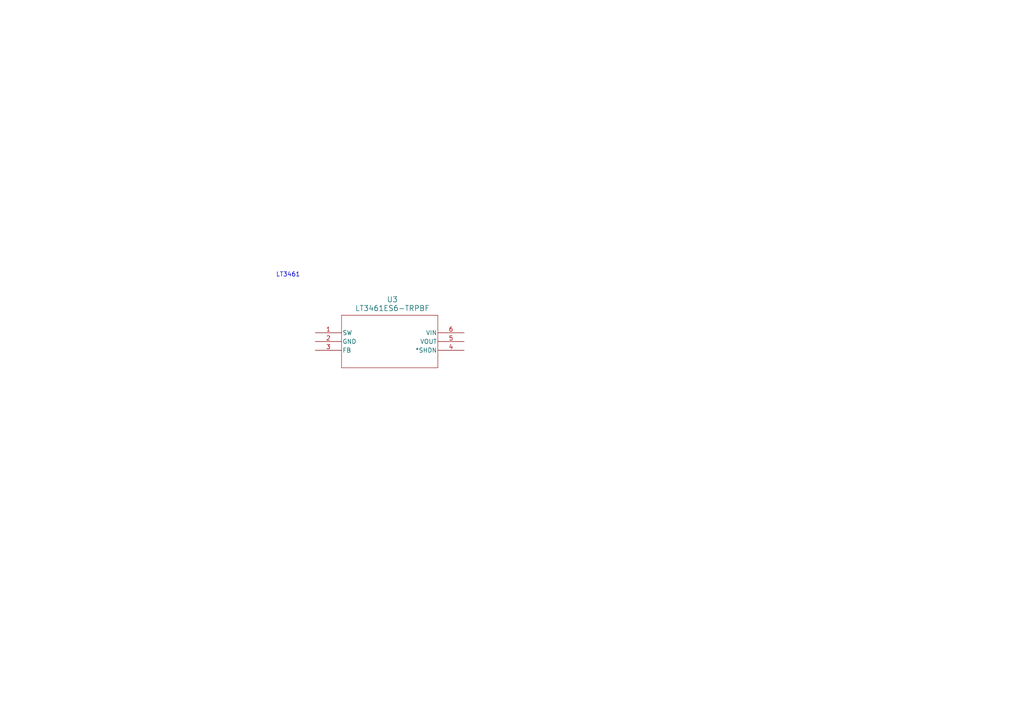
<source format=kicad_sch>
(kicad_sch (version 20250114) (generator "eeschema") (generator_version "9.0")
  (paper "A4")
  (lib_symbols
    (symbol "LT3461:LT3461ES6-TRPBF" (pin_names (offset 0.254))
      (property "Reference" "U2" (at 22.352 9.652 0))
      (property "Value" "LT3461ES6-TRPBF" (at 22.352 7.112 0))
      (symbol "LT3461ES6-TRPBF_0_1"
        (polyline (pts (xy 7.62 5.08) (xy 7.62 -10.16)) (stroke (width 0.127)))
        (polyline (pts (xy 7.62 -10.16) (xy 35.56 -10.16)) (stroke (width 0.127)))
        (polyline (pts (xy 35.56 5.08) (xy 7.62 5.08)) (stroke (width 0.127)))
        (polyline (pts (xy 35.56 -10.16) (xy 35.56 5.08)) (stroke (width 0.127)))
        (pin unspecified line (at 0 0 0) (length 7.62) (name "SW") (number "1"))
        (pin power_in line (at 0 -2.54 0) (length 7.62) (name "GND") (number "2"))
        (pin unspecified line (at 0 -5.08 0) (length 7.62) (name "FB") (number "3"))
        (pin input line (at 43.18 0 180) (length 7.62) (name "VIN") (number "6"))
        (pin output line (at 43.18 -2.54 180) (length 7.62) (name "VOUT") (number "5"))
        (pin unspecified line (at 43.18 -5.08 180) (length 7.62) (name "*SHDN") (number "4"))
      )
    )
  )
  (text "LT3461\n\n" (at 83.566 80.772 0) (effects (font (size 1.27 1.27))))
  (symbol (lib_id "LT3461:LT3461ES6-TRPBF") (at 91.44 96.52 0) (unit 1)
    (property "Reference" "U3" (at 113.792 86.868 0) (effects (font (size 1.524 1.524))))
    (property "Value" "LT3461ES6-TRPBF" (at 113.792 89.408 0) (effects (font (size 1.524 1.524))))
    (property "Datasheet" "LT3461ES6-TRPBF" (effects (hide yes)))
  )
)
</source>
